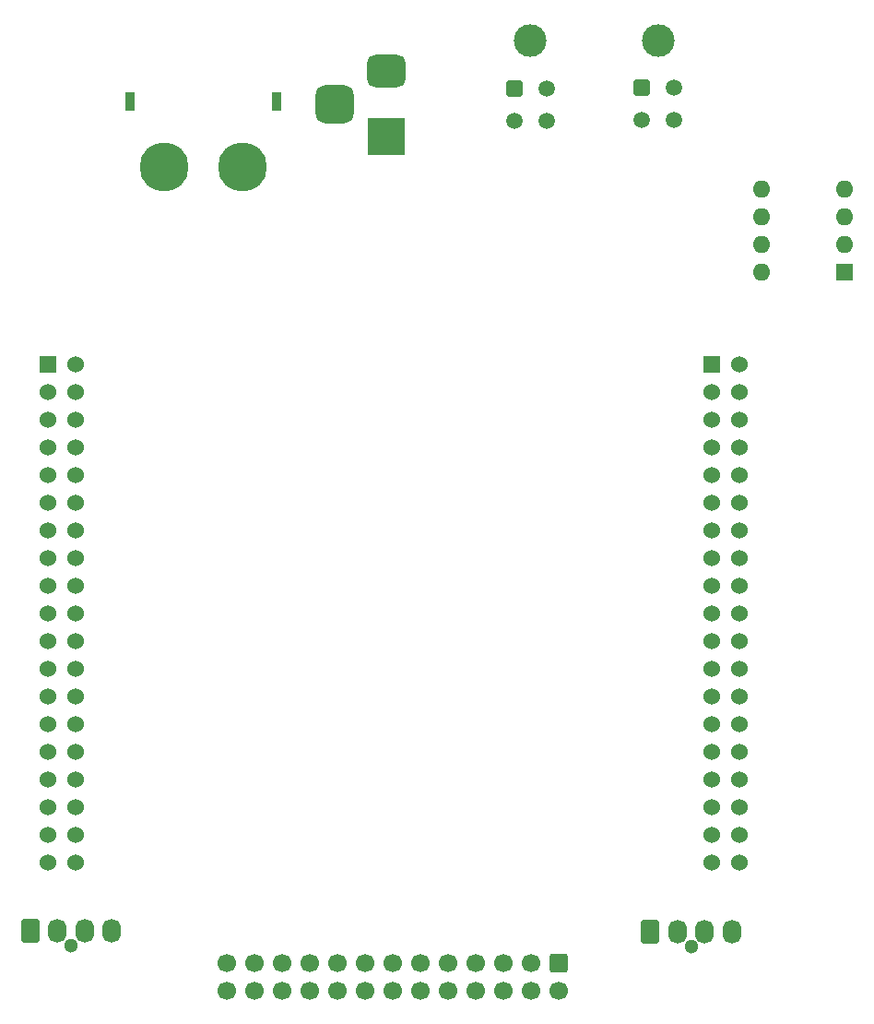
<source format=gbs>
G04 #@! TF.GenerationSoftware,KiCad,Pcbnew,6.0.4-6f826c9f35~116~ubuntu18.04.1*
G04 #@! TF.CreationDate,2022-04-20T12:00:40+08:00*
G04 #@! TF.ProjectId,Nucleo_F446Shield_v2,4e75636c-656f-45f4-9634-343653686965,rev?*
G04 #@! TF.SameCoordinates,Original*
G04 #@! TF.FileFunction,Soldermask,Bot*
G04 #@! TF.FilePolarity,Negative*
%FSLAX46Y46*%
G04 Gerber Fmt 4.6, Leading zero omitted, Abs format (unit mm)*
G04 Created by KiCad (PCBNEW 6.0.4-6f826c9f35~116~ubuntu18.04.1) date 2022-04-20 12:00:40*
%MOMM*%
%LPD*%
G01*
G04 APERTURE LIST*
G04 Aperture macros list*
%AMRoundRect*
0 Rectangle with rounded corners*
0 $1 Rounding radius*
0 $2 $3 $4 $5 $6 $7 $8 $9 X,Y pos of 4 corners*
0 Add a 4 corners polygon primitive as box body*
4,1,4,$2,$3,$4,$5,$6,$7,$8,$9,$2,$3,0*
0 Add four circle primitives for the rounded corners*
1,1,$1+$1,$2,$3*
1,1,$1+$1,$4,$5*
1,1,$1+$1,$6,$7*
1,1,$1+$1,$8,$9*
0 Add four rect primitives between the rounded corners*
20,1,$1+$1,$2,$3,$4,$5,0*
20,1,$1+$1,$4,$5,$6,$7,0*
20,1,$1+$1,$6,$7,$8,$9,0*
20,1,$1+$1,$8,$9,$2,$3,0*%
G04 Aperture macros list end*
%ADD10R,0.900000X1.800000*%
%ADD11C,4.500000*%
%ADD12R,3.500000X3.500000*%
%ADD13RoundRect,0.750000X-1.000000X0.750000X-1.000000X-0.750000X1.000000X-0.750000X1.000000X0.750000X0*%
%ADD14RoundRect,0.875000X-0.875000X0.875000X-0.875000X-0.875000X0.875000X-0.875000X0.875000X0.875000X0*%
%ADD15RoundRect,0.250000X-0.600000X0.600000X-0.600000X-0.600000X0.600000X-0.600000X0.600000X0.600000X0*%
%ADD16C,1.700000*%
%ADD17C,1.300000*%
%ADD18RoundRect,0.250000X0.600000X-0.850000X0.600000X0.850000X-0.600000X0.850000X-0.600000X-0.850000X0*%
%ADD19O,1.700000X2.200000*%
%ADD20C,3.000000*%
%ADD21RoundRect,0.250001X-0.499999X-0.499999X0.499999X-0.499999X0.499999X0.499999X-0.499999X0.499999X0*%
%ADD22C,1.500000*%
%ADD23R,1.530000X1.530000*%
%ADD24C,1.530000*%
%ADD25R,1.600000X1.600000*%
%ADD26O,1.600000X1.600000*%
G04 APERTURE END LIST*
D10*
X75765000Y-44801000D03*
X62265000Y-44801000D03*
D11*
X65415000Y-50801000D03*
X72615000Y-50801000D03*
D12*
X85793500Y-48021000D03*
D13*
X85793500Y-42021000D03*
D14*
X81093500Y-45021000D03*
D15*
X101600000Y-123825000D03*
D16*
X101600000Y-126365000D03*
X99060000Y-123825000D03*
X99060000Y-126365000D03*
X96520000Y-123825000D03*
X96520000Y-126365000D03*
X93980000Y-123825000D03*
X93980000Y-126365000D03*
X91440000Y-123825000D03*
X91440000Y-126365000D03*
X88900000Y-123825000D03*
X88900000Y-126365000D03*
X86360000Y-123825000D03*
X86360000Y-126365000D03*
X83820000Y-123825000D03*
X83820000Y-126365000D03*
X81280000Y-123825000D03*
X81280000Y-126365000D03*
X78740000Y-123825000D03*
X78740000Y-126365000D03*
X76200000Y-123825000D03*
X76200000Y-126365000D03*
X73660000Y-123825000D03*
X73660000Y-126365000D03*
X71120000Y-123825000D03*
X71120000Y-126365000D03*
D17*
X56836000Y-122244000D03*
D18*
X53086000Y-120904000D03*
D19*
X55586000Y-120904000D03*
X58086000Y-120904000D03*
X60586000Y-120904000D03*
D20*
X99036000Y-39241000D03*
D21*
X97536000Y-43561000D03*
D22*
X100536000Y-43561000D03*
X97536000Y-46561000D03*
X100536000Y-46561000D03*
D17*
X113792000Y-122338000D03*
D18*
X110042000Y-120998000D03*
D19*
X112542000Y-120998000D03*
X115042000Y-120998000D03*
X117542000Y-120998000D03*
D23*
X54760000Y-68950000D03*
D24*
X57300000Y-68950000D03*
X54760000Y-71490000D03*
X57300000Y-71490000D03*
X54760000Y-74030000D03*
X57300000Y-74030000D03*
X54760000Y-76570000D03*
X57300000Y-76570000D03*
X54760000Y-79110000D03*
X57300000Y-79110000D03*
X54760000Y-81650000D03*
X57300000Y-81650000D03*
X54760000Y-84190000D03*
X57300000Y-84190000D03*
X54760000Y-86730000D03*
X57300000Y-86730000D03*
X54760000Y-89270000D03*
X57300000Y-89270000D03*
X54760000Y-91810000D03*
X57300000Y-91810000D03*
X54760000Y-94350000D03*
X57300000Y-94350000D03*
X54760000Y-96890000D03*
X57300000Y-96890000D03*
X54760000Y-99430000D03*
X57300000Y-99430000D03*
X54760000Y-101970000D03*
X57300000Y-101970000D03*
X54760000Y-104510000D03*
X57300000Y-104510000D03*
X54760000Y-107050000D03*
X57300000Y-107050000D03*
X54760000Y-109590000D03*
X57300000Y-109590000D03*
X54760000Y-112130000D03*
X57300000Y-112130000D03*
X54760000Y-114670000D03*
X57300000Y-114670000D03*
D23*
X115720000Y-68950000D03*
D24*
X118260000Y-68950000D03*
X115720000Y-71490000D03*
X118260000Y-71490000D03*
X115720000Y-74030000D03*
X118260000Y-74030000D03*
X115720000Y-76570000D03*
X118260000Y-76570000D03*
X115720000Y-79110000D03*
X118260000Y-79110000D03*
X115720000Y-81650000D03*
X118260000Y-81650000D03*
X115720000Y-84190000D03*
X118260000Y-84190000D03*
X115720000Y-86730000D03*
X118260000Y-86730000D03*
X115720000Y-89270000D03*
X118260000Y-89270000D03*
X115720000Y-91810000D03*
X118260000Y-91810000D03*
X115720000Y-94350000D03*
X118260000Y-94350000D03*
X115720000Y-96890000D03*
X118260000Y-96890000D03*
X115720000Y-99430000D03*
X118260000Y-99430000D03*
X115720000Y-101970000D03*
X118260000Y-101970000D03*
X115720000Y-104510000D03*
X118260000Y-104510000D03*
X115720000Y-107050000D03*
X118260000Y-107050000D03*
X115720000Y-109590000D03*
X118260000Y-109590000D03*
X115720000Y-112130000D03*
X118260000Y-112130000D03*
X115720000Y-114670000D03*
X118260000Y-114670000D03*
D25*
X127889000Y-60452000D03*
D26*
X127889000Y-57912000D03*
X127889000Y-55372000D03*
X127889000Y-52832000D03*
X120269000Y-52832000D03*
X120269000Y-55372000D03*
X120269000Y-57912000D03*
X120269000Y-60452000D03*
D20*
X110744000Y-39159000D03*
D21*
X109244000Y-43479000D03*
D22*
X112244000Y-43479000D03*
X109244000Y-46479000D03*
X112244000Y-46479000D03*
M02*

</source>
